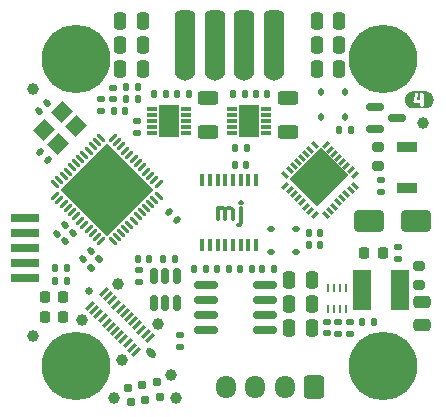
<source format=gbr>
%TF.GenerationSoftware,KiCad,Pcbnew,7.0.10*%
%TF.CreationDate,2024-01-29T19:45:29-05:00*%
%TF.ProjectId,lemon-pepper,6c656d6f-6e2d-4706-9570-7065722e6b69,rev?*%
%TF.SameCoordinates,PX8b85c60PY52f2218*%
%TF.FileFunction,Soldermask,Top*%
%TF.FilePolarity,Negative*%
%FSLAX46Y46*%
G04 Gerber Fmt 4.6, Leading zero omitted, Abs format (unit mm)*
G04 Created by KiCad (PCBNEW 7.0.10) date 2024-01-29 19:45:29*
%MOMM*%
%LPD*%
G01*
G04 APERTURE LIST*
G04 Aperture macros list*
%AMRoundRect*
0 Rectangle with rounded corners*
0 $1 Rounding radius*
0 $2 $3 $4 $5 $6 $7 $8 $9 X,Y pos of 4 corners*
0 Add a 4 corners polygon primitive as box body*
4,1,4,$2,$3,$4,$5,$6,$7,$8,$9,$2,$3,0*
0 Add four circle primitives for the rounded corners*
1,1,$1+$1,$2,$3*
1,1,$1+$1,$4,$5*
1,1,$1+$1,$6,$7*
1,1,$1+$1,$8,$9*
0 Add four rect primitives between the rounded corners*
20,1,$1+$1,$2,$3,$4,$5,0*
20,1,$1+$1,$4,$5,$6,$7,0*
20,1,$1+$1,$6,$7,$8,$9,0*
20,1,$1+$1,$8,$9,$2,$3,0*%
%AMHorizOval*
0 Thick line with rounded ends*
0 $1 width*
0 $2 $3 position (X,Y) of the first rounded end (center of the circle)*
0 $4 $5 position (X,Y) of the second rounded end (center of the circle)*
0 Add line between two ends*
20,1,$1,$2,$3,$4,$5,0*
0 Add two circle primitives to create the rounded ends*
1,1,$1,$2,$3*
1,1,$1,$4,$5*%
%AMRotRect*
0 Rectangle, with rotation*
0 The origin of the aperture is its center*
0 $1 length*
0 $2 width*
0 $3 Rotation angle, in degrees counterclockwise*
0 Add horizontal line*
21,1,$1,$2,0,0,$3*%
%AMFreePoly0*
4,1,17,-0.875000,2.062500,-0.867373,2.143836,-0.824300,2.266930,-0.746859,2.371859,-0.641930,2.449300,-0.518836,2.492373,-0.437500,2.500000,0.437500,2.500000,0.518836,2.492373,0.641930,2.449300,0.746859,2.371859,0.824300,2.266930,0.867373,2.143836,0.875000,2.062500,0.875000,-2.500000,-0.875000,-2.500000,-0.875000,2.062500,-0.875000,2.062500,$1*%
G04 Aperture macros list end*
%ADD10C,0.300000*%
%ADD11RoundRect,0.250000X-0.250000X-0.475000X0.250000X-0.475000X0.250000X0.475000X-0.250000X0.475000X0*%
%ADD12C,0.990600*%
%ADD13C,0.787400*%
%ADD14RoundRect,0.150000X-0.587500X-0.150000X0.587500X-0.150000X0.587500X0.150000X-0.587500X0.150000X0*%
%ADD15RoundRect,0.135000X0.135000X0.185000X-0.135000X0.185000X-0.135000X-0.185000X0.135000X-0.185000X0*%
%ADD16RoundRect,0.112500X-0.112500X0.187500X-0.112500X-0.187500X0.112500X-0.187500X0.112500X0.187500X0*%
%ADD17RoundRect,0.150000X-0.825000X-0.150000X0.825000X-0.150000X0.825000X0.150000X-0.825000X0.150000X0*%
%ADD18RoundRect,0.135000X0.185000X-0.135000X0.185000X0.135000X-0.185000X0.135000X-0.185000X-0.135000X0*%
%ADD19R,1.700000X0.900000*%
%ADD20RoundRect,0.135000X-0.035355X0.226274X-0.226274X0.035355X0.035355X-0.226274X0.226274X-0.035355X0*%
%ADD21RoundRect,0.140000X-0.219203X-0.021213X-0.021213X-0.219203X0.219203X0.021213X0.021213X0.219203X0*%
%ADD22R,2.400000X0.740000*%
%ADD23RoundRect,0.250000X-1.000000X-0.650000X1.000000X-0.650000X1.000000X0.650000X-1.000000X0.650000X0*%
%ADD24RoundRect,0.250000X0.250000X0.475000X-0.250000X0.475000X-0.250000X-0.475000X0.250000X-0.475000X0*%
%ADD25RoundRect,0.218750X-0.218750X-0.256250X0.218750X-0.256250X0.218750X0.256250X-0.218750X0.256250X0*%
%ADD26R,1.600000X3.500000*%
%ADD27RoundRect,0.140000X-0.021213X0.219203X-0.219203X0.021213X0.021213X-0.219203X0.219203X-0.021213X0*%
%ADD28RoundRect,0.140000X-0.170000X0.140000X-0.170000X-0.140000X0.170000X-0.140000X0.170000X0.140000X0*%
%ADD29RoundRect,0.140000X0.170000X-0.140000X0.170000X0.140000X-0.170000X0.140000X-0.170000X-0.140000X0*%
%ADD30RoundRect,0.150000X-0.150000X0.512500X-0.150000X-0.512500X0.150000X-0.512500X0.150000X0.512500X0*%
%ADD31R,0.850000X0.300000*%
%ADD32R,1.750000X2.700000*%
%ADD33RoundRect,0.140000X-0.140000X-0.170000X0.140000X-0.170000X0.140000X0.170000X-0.140000X0.170000X0*%
%ADD34C,1.000000*%
%ADD35RoundRect,0.140000X0.140000X0.170000X-0.140000X0.170000X-0.140000X-0.170000X0.140000X-0.170000X0*%
%ADD36RoundRect,0.135000X-0.135000X-0.185000X0.135000X-0.185000X0.135000X0.185000X-0.135000X0.185000X0*%
%ADD37RoundRect,0.250000X-0.475000X0.250000X-0.475000X-0.250000X0.475000X-0.250000X0.475000X0.250000X0*%
%ADD38C,0.660000*%
%ADD39HorizOval,0.600000X0.141421X-0.141421X-0.141421X0.141421X0*%
%ADD40RotRect,0.300000X0.855000X315.000000*%
%ADD41RoundRect,0.250000X0.625000X-0.312500X0.625000X0.312500X-0.625000X0.312500X-0.625000X-0.312500X0*%
%ADD42O,1.750000X1.750000*%
%ADD43FreePoly0,0.000000*%
%ADD44O,1.750000X2.000000*%
%ADD45RoundRect,0.135000X-0.185000X0.135000X-0.185000X-0.135000X0.185000X-0.135000X0.185000X0.135000X0*%
%ADD46RotRect,0.660000X0.280000X225.000000*%
%ADD47RotRect,0.280000X0.660000X225.000000*%
%ADD48RotRect,3.830000X3.280000X225.000000*%
%ADD49R,0.250000X0.800000*%
%ADD50RoundRect,0.062500X-0.309359X0.220971X0.220971X-0.309359X0.309359X-0.220971X-0.220971X0.309359X0*%
%ADD51RoundRect,0.062500X-0.309359X-0.220971X-0.220971X-0.309359X0.309359X0.220971X0.220971X0.309359X0*%
%ADD52RotRect,5.600000X5.600000X315.000000*%
%ADD53C,5.800000*%
%ADD54RoundRect,0.200000X-0.275000X0.200000X-0.275000X-0.200000X0.275000X-0.200000X0.275000X0.200000X0*%
%ADD55RotRect,1.400000X1.200000X225.000000*%
%ADD56RoundRect,0.112500X-0.187500X-0.112500X0.187500X-0.112500X0.187500X0.112500X-0.187500X0.112500X0*%
%ADD57RoundRect,0.250000X0.600000X0.725000X-0.600000X0.725000X-0.600000X-0.725000X0.600000X-0.725000X0*%
%ADD58O,1.700000X1.950000*%
%ADD59R,0.450000X1.050000*%
%ADD60RoundRect,0.112500X0.187500X0.112500X-0.187500X0.112500X-0.187500X-0.112500X0.187500X-0.112500X0*%
%ADD61RoundRect,0.200000X0.275000X-0.200000X0.275000X0.200000X-0.275000X0.200000X-0.275000X-0.200000X0*%
%ADD62RoundRect,0.140000X0.219203X0.021213X0.021213X0.219203X-0.219203X-0.021213X-0.021213X-0.219203X0*%
G04 APERTURE END LIST*
D10*
X-970490Y-575828D02*
X-970490Y424172D01*
X-970490Y281315D02*
X-899061Y352743D01*
X-899061Y352743D02*
X-756204Y424172D01*
X-756204Y424172D02*
X-541918Y424172D01*
X-541918Y424172D02*
X-399061Y352743D01*
X-399061Y352743D02*
X-327632Y209886D01*
X-327632Y209886D02*
X-327632Y-575828D01*
X-327632Y209886D02*
X-256204Y352743D01*
X-256204Y352743D02*
X-113347Y424172D01*
X-113347Y424172D02*
X100939Y424172D01*
X100939Y424172D02*
X243796Y352743D01*
X243796Y352743D02*
X315225Y209886D01*
X315225Y209886D02*
X315225Y-575828D01*
X1029510Y424172D02*
X1029510Y-861542D01*
X1029510Y-861542D02*
X958082Y-1004400D01*
X958082Y-1004400D02*
X815225Y-1075828D01*
X815225Y-1075828D02*
X743796Y-1075828D01*
X1029510Y924172D02*
X958082Y852743D01*
X958082Y852743D02*
X1029510Y781315D01*
X1029510Y781315D02*
X1100939Y852743D01*
X1100939Y852743D02*
X1029510Y924172D01*
X1029510Y924172D02*
X1029510Y781315D01*
%TO.C,kibuzzard-65A1D30A*%
G36*
X16670043Y10273042D02*
G01*
X16739595Y10262724D01*
X16807801Y10245640D01*
X16874004Y10221952D01*
X16937566Y10191889D01*
X16997876Y10155741D01*
X17054352Y10113856D01*
X17106451Y10066636D01*
X17153670Y10014538D01*
X17195555Y9958061D01*
X17231704Y9897752D01*
X17261766Y9834189D01*
X17285454Y9767987D01*
X17302539Y9699781D01*
X17312856Y9630228D01*
X17316306Y9560000D01*
X17312856Y9489772D01*
X17302539Y9420219D01*
X17285454Y9352013D01*
X17261766Y9285811D01*
X17231704Y9222248D01*
X17195555Y9161939D01*
X17153670Y9105462D01*
X17106451Y9053364D01*
X17054352Y9006144D01*
X16997876Y8964259D01*
X16937566Y8928111D01*
X16874004Y8898048D01*
X16807801Y8874360D01*
X16739595Y8857276D01*
X16670043Y8846958D01*
X16599814Y8843508D01*
X16467523Y8843508D01*
X16322052Y8843508D01*
X15600318Y8843508D01*
X15600186Y8843508D01*
X15529957Y8846958D01*
X15460405Y8857276D01*
X15392199Y8874360D01*
X15325996Y8898048D01*
X15262434Y8928111D01*
X15202124Y8964259D01*
X15145648Y9006144D01*
X15093549Y9053364D01*
X15046330Y9105463D01*
X15004445Y9161939D01*
X14968296Y9222248D01*
X14938234Y9285811D01*
X14914546Y9352013D01*
X14897461Y9420219D01*
X14894623Y9439350D01*
X15607677Y9439350D01*
X15615614Y9371088D01*
X15658873Y9325844D01*
X15747377Y9310763D01*
X16177589Y9310763D01*
X16177589Y9117087D01*
X16187114Y9034537D01*
X16207752Y9002787D01*
X16249027Y8983737D01*
X16322052Y8975800D01*
X16399045Y8985325D01*
X16445083Y9024219D01*
X16460164Y9115500D01*
X16460164Y9998150D01*
X16457783Y10053713D01*
X16442702Y10095781D01*
X16399839Y10129119D01*
X16319670Y10139437D01*
X16238708Y10130706D01*
X16195052Y10099750D01*
X16179970Y10060063D01*
X16177589Y10006087D01*
X16177589Y9572700D01*
X15918827Y9572700D01*
X16015664Y9960050D01*
X16017252Y9964813D01*
X16028364Y10031488D01*
X16000583Y10092606D01*
X15917239Y10133088D01*
X15844214Y10144200D01*
X15789445Y10126738D01*
X15760870Y10090225D01*
X15744202Y10034663D01*
X15612439Y9502850D01*
X15607677Y9439350D01*
X14894623Y9439350D01*
X14887144Y9489772D01*
X14883694Y9560000D01*
X14887144Y9630228D01*
X14897461Y9699781D01*
X14914546Y9767987D01*
X14938234Y9834189D01*
X14968296Y9897752D01*
X15004445Y9958061D01*
X15046330Y10014537D01*
X15093549Y10066636D01*
X15145648Y10113856D01*
X15202124Y10155741D01*
X15262434Y10191889D01*
X15325996Y10221952D01*
X15392199Y10245640D01*
X15460405Y10262724D01*
X15529957Y10273042D01*
X15600186Y10276492D01*
X15600318Y10276492D01*
X16467523Y10276492D01*
X16599814Y10276492D01*
X16670043Y10273042D01*
G37*
%TD*%
D11*
%TO.C,C103*%
X-9225000Y12175000D03*
X-7325000Y12175000D03*
%TD*%
D12*
%TO.C,J301*%
X-9718333Y-15684655D03*
X-4925529Y-13718012D03*
X-4537805Y-15712678D03*
D13*
X-8350503Y-16065661D03*
X-8592830Y-14818994D03*
X-7103836Y-15823333D03*
X-7346164Y-14576667D03*
X-5857170Y-15581006D03*
X-6099497Y-14334339D03*
%TD*%
D14*
%TO.C,Q501*%
X12337500Y8950000D03*
X12337500Y7050000D03*
X14212500Y8000000D03*
%TD*%
D15*
%TO.C,R704*%
X1366250Y10025000D03*
X346250Y10025000D03*
%TD*%
D16*
%TO.C,D502*%
X9825000Y10200000D03*
X9825000Y8100000D03*
%TD*%
D17*
%TO.C,U302*%
X-1925000Y-6140000D03*
X-1925000Y-7410000D03*
X-1925000Y-8680000D03*
X-1925000Y-9950000D03*
X3025000Y-9950000D03*
X3025000Y-8680000D03*
X3025000Y-7410000D03*
X3025000Y-6140000D03*
%TD*%
D16*
%TO.C,D501*%
X7800000Y10200000D03*
X7800000Y8100000D03*
%TD*%
D18*
%TO.C,R101*%
X-4175000Y-11385000D03*
X-4175000Y-10365000D03*
%TD*%
D15*
%TO.C,R103*%
X1910000Y-4775000D03*
X890000Y-4775000D03*
%TD*%
D19*
%TO.C,SW301*%
X15100000Y5525000D03*
X15100000Y2125000D03*
%TD*%
D20*
%TO.C,R302*%
X-10989376Y-3964376D03*
X-11710624Y-4685624D03*
%TD*%
D21*
%TO.C,C304*%
X-5064411Y89411D03*
X-4385589Y-589411D03*
%TD*%
D22*
%TO.C,J302*%
X-17300000Y-485000D03*
X-17300000Y-1755000D03*
X-17300000Y-3025000D03*
X-17300000Y-4295000D03*
X-17300000Y-5565000D03*
%TD*%
D23*
%TO.C,D101*%
X11825000Y-675000D03*
X15825000Y-675000D03*
%TD*%
D24*
%TO.C,C106*%
X6975000Y-5725000D03*
X5075000Y-5725000D03*
%TD*%
D25*
%TO.C,D301*%
X-15612500Y-7175000D03*
X-14037500Y-7175000D03*
%TD*%
D26*
%TO.C,L501*%
X11250000Y-6525000D03*
X14450000Y-6525000D03*
%TD*%
D27*
%TO.C,C305*%
X-15385589Y9264411D03*
X-16064411Y8585589D03*
%TD*%
D28*
%TO.C,C701*%
X-7780000Y7725000D03*
X-7780000Y6765000D03*
%TD*%
D29*
%TO.C,C308*%
X-9855200Y9629200D03*
X-9855200Y10589200D03*
%TD*%
D27*
%TO.C,C307*%
X-13185589Y-1760589D03*
X-13864411Y-2439411D03*
%TD*%
D15*
%TO.C,R702*%
X-5308750Y10025000D03*
X-6328750Y10025000D03*
%TD*%
D30*
%TO.C,U201*%
X-4450000Y-5362500D03*
X-5400000Y-5362500D03*
X-6350000Y-5362500D03*
X-6350000Y-7637500D03*
X-5400000Y-7637500D03*
X-4450000Y-7637500D03*
%TD*%
D31*
%TO.C,U703*%
X3120000Y6750000D03*
X3120000Y7250000D03*
X3120000Y7750000D03*
X3120000Y8250000D03*
X3120000Y8750000D03*
X220000Y8750000D03*
X220000Y8250000D03*
X220000Y7750000D03*
X220000Y7250000D03*
X220000Y6750000D03*
D32*
X1670000Y7750000D03*
%TD*%
D27*
%TO.C,C302*%
X-11685589Y-3260589D03*
X-12364411Y-3939411D03*
%TD*%
D33*
%TO.C,C602*%
X6745000Y-2700000D03*
X7705000Y-2700000D03*
%TD*%
D34*
%TO.C,FID102*%
X-16575000Y-10450000D03*
%TD*%
D35*
%TO.C,C401*%
X1430000Y4050000D03*
X470000Y4050000D03*
%TD*%
D25*
%TO.C,D302*%
X-15612500Y-8800000D03*
X-14037500Y-8800000D03*
%TD*%
D18*
%TO.C,R102*%
X-7650000Y-5885000D03*
X-7650000Y-4865000D03*
%TD*%
D36*
%TO.C,R105*%
X-2960000Y-4775000D03*
X-1940000Y-4775000D03*
%TD*%
D37*
%TO.C,C503*%
X16325000Y-7600000D03*
X16325000Y-9500000D03*
%TD*%
D15*
%TO.C,R501*%
X12260000Y-9250000D03*
X11240000Y-9250000D03*
%TD*%
%TO.C,R301*%
X-13765000Y-5825000D03*
X-14785000Y-5825000D03*
%TD*%
D35*
%TO.C,C201*%
X-6745000Y-3900000D03*
X-7705000Y-3900000D03*
%TD*%
D24*
%TO.C,C102*%
X-7325000Y14225000D03*
X-9225000Y14225000D03*
%TD*%
D11*
%TO.C,C101*%
X-9225000Y16250000D03*
X-7325000Y16250000D03*
%TD*%
D38*
%TO.C,J201*%
X-11901650Y-6598350D03*
D39*
X-6598350Y-11901650D03*
D40*
X-10609059Y-6719972D03*
X-10255506Y-7073525D03*
X-9901953Y-7427079D03*
X-9548399Y-7780632D03*
X-9194846Y-8134185D03*
X-8841292Y-8487739D03*
X-8487739Y-8841292D03*
X-8134186Y-9194846D03*
X-7780632Y-9548399D03*
X-7427079Y-9901952D03*
X-7074232Y-10256213D03*
X-6720679Y-10609766D03*
X-7890234Y-11779321D03*
X-8243787Y-11425768D03*
X-8597340Y-11072214D03*
X-8950894Y-10718661D03*
X-9304447Y-10365107D03*
X-9658001Y-10011554D03*
X-10011554Y-9658001D03*
X-10365107Y-9304447D03*
X-10718661Y-8950894D03*
X-11072921Y-8598047D03*
X-11425768Y-8243787D03*
X-11780028Y-7890941D03*
D34*
X-9426777Y-6032664D03*
X-12467336Y-9073223D03*
X-6032664Y-9426777D03*
X-9073223Y-12467336D03*
%TD*%
D33*
%TO.C,C703*%
X536000Y5461000D03*
X1496000Y5461000D03*
%TD*%
D41*
%TO.C,R703*%
X5020000Y6812500D03*
X5020000Y9737500D03*
%TD*%
D33*
%TO.C,C202*%
X-5580000Y-3900000D03*
X-4620000Y-3900000D03*
%TD*%
D27*
%TO.C,C301*%
X-13860589Y-1085589D03*
X-14539411Y-1764411D03*
%TD*%
D42*
%TO.C,M101*%
X-3700000Y14900000D03*
D43*
X-3700000Y14650000D03*
D44*
X-3700000Y12150000D03*
D42*
X-1200000Y14900000D03*
D43*
X-1200000Y14650000D03*
D44*
X-1200000Y12150000D03*
D42*
X1300000Y14900000D03*
D43*
X1300000Y14650000D03*
D44*
X1300000Y12150000D03*
D42*
X3800000Y14900000D03*
D43*
X3800000Y14650000D03*
D44*
X3800000Y12150000D03*
%TD*%
D45*
%TO.C,R502*%
X10275000Y-9215000D03*
X10275000Y-10235000D03*
%TD*%
D46*
%TO.C,U601*%
X10641564Y3216690D03*
X10288011Y3570244D03*
X9934457Y3923797D03*
X9580904Y4277351D03*
X9227351Y4630904D03*
X8873797Y4984457D03*
X8520244Y5338011D03*
X8166690Y5691564D03*
D47*
X7233310Y5691564D03*
X6879756Y5338011D03*
X6526203Y4984457D03*
X6172649Y4630904D03*
X5819096Y4277351D03*
X5465543Y3923797D03*
X5111989Y3570244D03*
X4758436Y3216690D03*
D46*
X4758436Y2283310D03*
X5111989Y1929756D03*
X5465543Y1576203D03*
X5819096Y1222649D03*
X6172649Y869096D03*
X6526203Y515543D03*
X6879756Y161989D03*
X7233310Y-191564D03*
D47*
X8166690Y-191564D03*
X8520244Y161989D03*
X8873797Y515543D03*
X9227351Y869096D03*
X9580904Y1222649D03*
X9934457Y1576203D03*
X10288011Y1929756D03*
X10641564Y2283310D03*
D48*
X7639896Y3043449D03*
%TD*%
D33*
%TO.C,C601*%
X6745000Y-1700000D03*
X7705000Y-1700000D03*
%TD*%
D49*
%TO.C,U501*%
X8375000Y-8155000D03*
X8875000Y-8155000D03*
X9375000Y-8155000D03*
X9875000Y-8155000D03*
X9875000Y-6395000D03*
X9375000Y-6395000D03*
X8875000Y-6395000D03*
X8375000Y-6395000D03*
%TD*%
D50*
%TO.C,U301*%
X-10835787Y6310274D03*
X-11189340Y5956721D03*
X-11542894Y5603167D03*
X-11896447Y5249614D03*
X-12250000Y4896061D03*
X-12603554Y4542507D03*
X-12957107Y4188954D03*
X-13310661Y3835400D03*
X-13664214Y3481847D03*
X-14017767Y3128294D03*
X-14371321Y2774740D03*
X-14724874Y2421187D03*
D51*
X-14724874Y1448915D03*
X-14371321Y1095362D03*
X-14017767Y741808D03*
X-13664214Y388255D03*
X-13310661Y34702D03*
X-12957107Y-318852D03*
X-12603554Y-672405D03*
X-12250000Y-1025959D03*
X-11896447Y-1379512D03*
X-11542894Y-1733065D03*
X-11189340Y-2086619D03*
X-10835787Y-2440172D03*
D50*
X-9863515Y-2440172D03*
X-9509962Y-2086619D03*
X-9156408Y-1733065D03*
X-8802855Y-1379512D03*
X-8449302Y-1025959D03*
X-8095748Y-672405D03*
X-7742195Y-318852D03*
X-7388641Y34702D03*
X-7035088Y388255D03*
X-6681535Y741808D03*
X-6327981Y1095362D03*
X-5974428Y1448915D03*
D51*
X-5974428Y2421187D03*
X-6327981Y2774740D03*
X-6681535Y3128294D03*
X-7035088Y3481847D03*
X-7388641Y3835400D03*
X-7742195Y4188954D03*
X-8095748Y4542507D03*
X-8449302Y4896061D03*
X-8802855Y5249614D03*
X-9156408Y5603167D03*
X-9509962Y5956721D03*
X-9863515Y6310274D03*
D52*
X-10349651Y1935051D03*
%TD*%
D15*
%TO.C,R303*%
X-7740000Y10650000D03*
X-8760000Y10650000D03*
%TD*%
D45*
%TO.C,R503*%
X9250000Y-9215000D03*
X9250000Y-10235000D03*
%TD*%
D53*
%TO.C,H101*%
X-13000000Y13000000D03*
X-13000000Y-13000000D03*
X13000000Y13000000D03*
X13000000Y-13000000D03*
%TD*%
D33*
%TO.C,C704*%
X2276250Y10025000D03*
X3236250Y10025000D03*
%TD*%
D11*
%TO.C,C104*%
X7425000Y16250000D03*
X9325000Y16250000D03*
%TD*%
D24*
%TO.C,C105*%
X9325000Y12175000D03*
X7425000Y12175000D03*
%TD*%
D54*
%TO.C,R506*%
X16075000Y-4475000D03*
X16075000Y-6125000D03*
%TD*%
D36*
%TO.C,R505*%
X9340000Y7000000D03*
X10360000Y7000000D03*
%TD*%
D33*
%TO.C,C303*%
X-9755000Y8650000D03*
X-8795000Y8650000D03*
%TD*%
D55*
%TO.C,Y301*%
X-14148223Y8553858D03*
X-15703858Y6998223D03*
X-14501777Y5796142D03*
X-12946142Y7351777D03*
%TD*%
D45*
%TO.C,R305*%
X12875000Y2785000D03*
X12875000Y1765000D03*
%TD*%
D34*
%TO.C,FID101*%
X-16625000Y10450000D03*
%TD*%
D56*
%TO.C,D602*%
X3575000Y-3350000D03*
X5675000Y-3350000D03*
%TD*%
D15*
%TO.C,R304*%
X-7740000Y9650000D03*
X-8760000Y9650000D03*
%TD*%
D57*
%TO.C,J101*%
X7225000Y-14725000D03*
D58*
X4725000Y-14725000D03*
X2225000Y-14725000D03*
X-275000Y-14725000D03*
%TD*%
D59*
%TO.C,U401*%
X-2275000Y-2775000D03*
X-1625000Y-2775000D03*
X-975000Y-2775000D03*
X-325000Y-2775000D03*
X325000Y-2775000D03*
X975000Y-2775000D03*
X1625000Y-2775000D03*
X2275000Y-2775000D03*
X2275000Y2775000D03*
X1625000Y2775000D03*
X975000Y2775000D03*
X325000Y2775000D03*
X-325000Y2775000D03*
X-975000Y2775000D03*
X-1625000Y2775000D03*
X-2275000Y2775000D03*
%TD*%
D15*
%TO.C,R401*%
X-13765000Y-4725000D03*
X-14785000Y-4725000D03*
%TD*%
D18*
%TO.C,R601*%
X14325000Y-3910000D03*
X14325000Y-2890000D03*
%TD*%
D41*
%TO.C,R701*%
X-1793750Y6812500D03*
X-1793750Y9737500D03*
%TD*%
D34*
%TO.C,FID103*%
X16375000Y7600000D03*
%TD*%
D24*
%TO.C,C108*%
X6975000Y-7750000D03*
X5075000Y-7750000D03*
%TD*%
D28*
%TO.C,C502*%
X8250000Y-9220000D03*
X8250000Y-10180000D03*
%TD*%
D60*
%TO.C,D603*%
X5675000Y-1375000D03*
X3575000Y-1375000D03*
%TD*%
D24*
%TO.C,C501*%
X6975000Y-9775000D03*
X5075000Y-9775000D03*
%TD*%
D36*
%TO.C,JP101*%
X-1035000Y-4775000D03*
X-15000Y-4775000D03*
%TD*%
D18*
%TO.C,R306*%
X-10820400Y8615000D03*
X-10820400Y9635000D03*
%TD*%
D33*
%TO.C,C702*%
X-4373750Y10025000D03*
X-3413750Y10025000D03*
%TD*%
D25*
%TO.C,D601*%
X11412500Y-3375000D03*
X12987500Y-3375000D03*
%TD*%
D36*
%TO.C,R104*%
X2815000Y-4775000D03*
X3835000Y-4775000D03*
%TD*%
D61*
%TO.C,R504*%
X12625000Y3925000D03*
X12625000Y5575000D03*
%TD*%
D62*
%TO.C,C306*%
X-15335589Y4460589D03*
X-16014411Y5139411D03*
%TD*%
D24*
%TO.C,C107*%
X9325000Y14225000D03*
X7425000Y14225000D03*
%TD*%
D32*
%TO.C,U701*%
X-5118750Y7750000D03*
D31*
X-6568750Y6750000D03*
X-6568750Y7250000D03*
X-6568750Y7750000D03*
X-6568750Y8250000D03*
X-6568750Y8750000D03*
X-3668750Y8750000D03*
X-3668750Y8250000D03*
X-3668750Y7750000D03*
X-3668750Y7250000D03*
X-3668750Y6750000D03*
%TD*%
M02*

</source>
